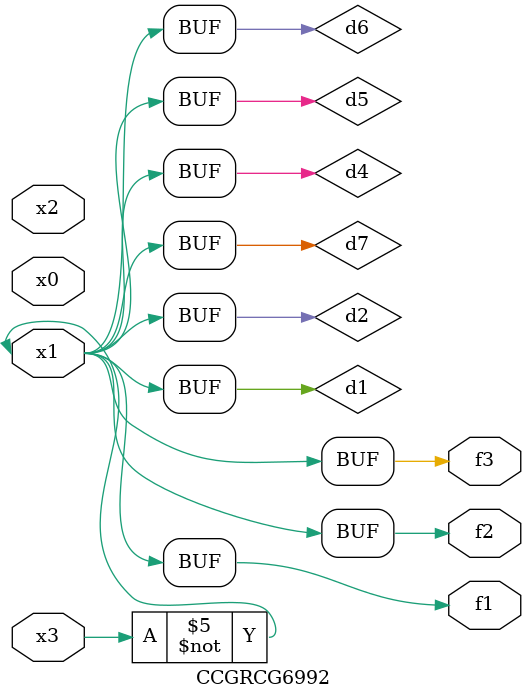
<source format=v>
module CCGRCG6992(
	input x0, x1, x2, x3,
	output f1, f2, f3
);

	wire d1, d2, d3, d4, d5, d6, d7;

	not (d1, x3);
	buf (d2, x1);
	xnor (d3, d1, d2);
	nor (d4, d1);
	buf (d5, d1, d2);
	buf (d6, d4, d5);
	nand (d7, d4);
	assign f1 = d6;
	assign f2 = d7;
	assign f3 = d6;
endmodule

</source>
